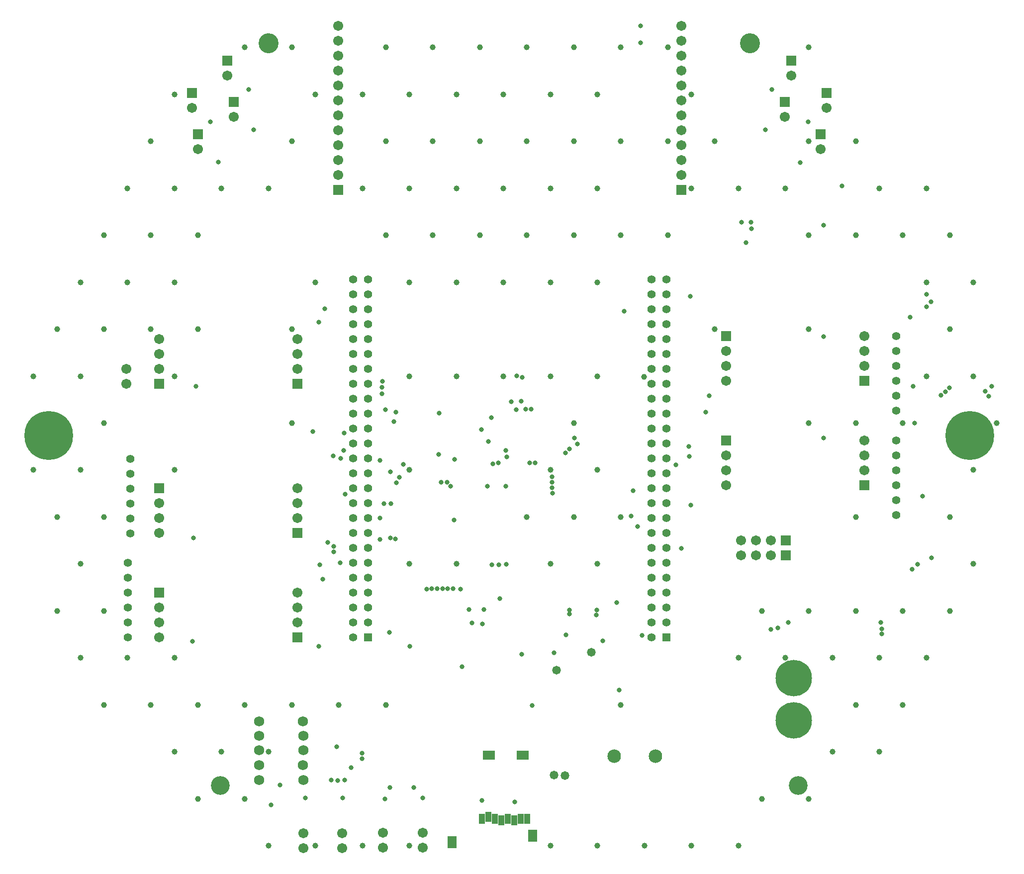
<source format=gbs>
G04 Layer_Color=16711935*
%FSLAX25Y25*%
%MOIN*%
G70*
G01*
G75*
%ADD82C,0.24422*%
%ADD83C,0.09068*%
%ADD84C,0.06706*%
%ADD85R,0.06706X0.06706*%
%ADD86C,0.05525*%
%ADD87R,0.05525X0.05525*%
%ADD88R,0.06706X0.06706*%
%ADD89C,0.12611*%
%ADD90C,0.32623*%
%ADD91C,0.13398*%
%ADD92C,0.06800*%
%ADD93C,0.03162*%
%ADD94C,0.05800*%
%ADD95C,0.03950*%
%ADD96R,0.07887X0.06312*%
%ADD97R,0.06312X0.08280*%
%ADD98R,0.03950X0.06706*%
D82*
X190492Y-501083D02*
D03*
X190492Y-472894D02*
D03*
D83*
X97866Y-524937D02*
D03*
X70307D02*
D03*
D84*
X115323Y-35399D02*
D03*
Y-45399D02*
D03*
Y-55400D02*
D03*
Y-65399D02*
D03*
Y-75400D02*
D03*
Y-85400D02*
D03*
Y-95399D02*
D03*
Y-105400D02*
D03*
Y-115400D02*
D03*
Y-125399D02*
D03*
Y-135399D02*
D03*
X-114677Y-35399D02*
D03*
Y-45399D02*
D03*
Y-55400D02*
D03*
Y-65399D02*
D03*
Y-75400D02*
D03*
Y-85400D02*
D03*
Y-95399D02*
D03*
Y-105400D02*
D03*
Y-115400D02*
D03*
Y-125399D02*
D03*
Y-135399D02*
D03*
X237823Y-263400D02*
D03*
Y-253399D02*
D03*
Y-243400D02*
D03*
Y-333400D02*
D03*
Y-323399D02*
D03*
Y-313400D02*
D03*
X145323Y-323399D02*
D03*
Y-333400D02*
D03*
Y-343400D02*
D03*
X-234677Y-355399D02*
D03*
Y-365400D02*
D03*
Y-375399D02*
D03*
X-142177Y-365400D02*
D03*
Y-355399D02*
D03*
Y-345399D02*
D03*
X-234677Y-425399D02*
D03*
Y-435399D02*
D03*
Y-445400D02*
D03*
X-142177Y-435399D02*
D03*
Y-425399D02*
D03*
Y-415400D02*
D03*
X145323Y-253399D02*
D03*
Y-263400D02*
D03*
Y-273399D02*
D03*
X-234677Y-245399D02*
D03*
Y-255399D02*
D03*
Y-265400D02*
D03*
X-142177Y-245399D02*
D03*
Y-255399D02*
D03*
Y-265400D02*
D03*
X-58071Y-586398D02*
D03*
Y-576398D02*
D03*
X-84646Y-586398D02*
D03*
Y-576398D02*
D03*
X-111909Y-586693D02*
D03*
Y-576693D02*
D03*
X-138091Y-586791D02*
D03*
Y-576791D02*
D03*
X-256677Y-275399D02*
D03*
Y-265400D02*
D03*
X155323Y-380399D02*
D03*
X165323D02*
D03*
X175323D02*
D03*
Y-390400D02*
D03*
X165323D02*
D03*
X155323D02*
D03*
X-188976Y-68667D02*
D03*
X-208661Y-118045D02*
D03*
X-212697Y-90335D02*
D03*
X-184646Y-96299D02*
D03*
X188976Y-68667D02*
D03*
X212697Y-90335D02*
D03*
X184646Y-96299D02*
D03*
X208661Y-118043D02*
D03*
D85*
X115323Y-145399D02*
D03*
X-114677D02*
D03*
X237823Y-273399D02*
D03*
Y-343400D02*
D03*
X145323Y-313400D02*
D03*
X-234677Y-345399D02*
D03*
X-142177Y-375399D02*
D03*
X-234677Y-415400D02*
D03*
X-142177Y-445400D02*
D03*
X145323Y-243400D02*
D03*
X-234677Y-275399D02*
D03*
X-142177D02*
D03*
X-188976Y-58667D02*
D03*
X-208661Y-108045D02*
D03*
X-212697Y-80335D02*
D03*
X-184646Y-86299D02*
D03*
X188976Y-58667D02*
D03*
X212697Y-80335D02*
D03*
X184646Y-86299D02*
D03*
X208661Y-108043D02*
D03*
D86*
X-104677Y-205399D02*
D03*
X-94677D02*
D03*
X-104677Y-215400D02*
D03*
X-94677D02*
D03*
X-104677Y-225399D02*
D03*
X-94677D02*
D03*
X-104677Y-235400D02*
D03*
X-94677D02*
D03*
X-104677Y-245399D02*
D03*
X-94677D02*
D03*
X-104677Y-255399D02*
D03*
X-94677D02*
D03*
X-104677Y-265400D02*
D03*
X-94677D02*
D03*
X-104677Y-275399D02*
D03*
X-94677D02*
D03*
X-104677Y-285400D02*
D03*
X-94677D02*
D03*
X-104677Y-295399D02*
D03*
X-94677D02*
D03*
X-104677Y-305399D02*
D03*
X-94677D02*
D03*
X-104677Y-315400D02*
D03*
X-94677D02*
D03*
X-104677Y-325399D02*
D03*
X-94677D02*
D03*
X-104677Y-335400D02*
D03*
X-94677D02*
D03*
X-104677Y-345399D02*
D03*
X-94677D02*
D03*
X-104677Y-355399D02*
D03*
X-94677D02*
D03*
X-104677Y-365400D02*
D03*
X-94677D02*
D03*
X-104677Y-375399D02*
D03*
X-94677D02*
D03*
X-104677Y-385400D02*
D03*
X-94677D02*
D03*
X-104677Y-395399D02*
D03*
X-94677D02*
D03*
X-104677Y-405400D02*
D03*
X-94677D02*
D03*
X-104677Y-415400D02*
D03*
X-94677D02*
D03*
X-104677Y-425399D02*
D03*
X-94677D02*
D03*
X-104677Y-435399D02*
D03*
X-94677D02*
D03*
X-104677Y-445400D02*
D03*
X95323Y-205399D02*
D03*
X105323D02*
D03*
X95323Y-215400D02*
D03*
X105323D02*
D03*
X95323Y-225399D02*
D03*
X105323D02*
D03*
X95323Y-235400D02*
D03*
X105323D02*
D03*
X95323Y-245399D02*
D03*
X105323D02*
D03*
X95323Y-255399D02*
D03*
X105323D02*
D03*
X95323Y-265400D02*
D03*
X105323D02*
D03*
X95323Y-275399D02*
D03*
X105323D02*
D03*
X95323Y-285400D02*
D03*
X105323D02*
D03*
X95323Y-295399D02*
D03*
X105323D02*
D03*
X95323Y-305399D02*
D03*
X105323D02*
D03*
X95323Y-315400D02*
D03*
X105323D02*
D03*
X95323Y-325399D02*
D03*
X105323D02*
D03*
X95323Y-335400D02*
D03*
X105323D02*
D03*
X95323Y-345399D02*
D03*
X105323D02*
D03*
X95323Y-355399D02*
D03*
X105323D02*
D03*
X95323Y-365400D02*
D03*
X105323D02*
D03*
X95323Y-375399D02*
D03*
X105323D02*
D03*
X95323Y-385400D02*
D03*
X105323D02*
D03*
X95323Y-395399D02*
D03*
X105323D02*
D03*
X95323Y-405400D02*
D03*
X105323D02*
D03*
X95323Y-415400D02*
D03*
X105323D02*
D03*
X95323Y-425399D02*
D03*
X105323D02*
D03*
X95323Y-435399D02*
D03*
X105323D02*
D03*
X95323Y-445400D02*
D03*
X259323Y-313400D02*
D03*
Y-323399D02*
D03*
Y-333400D02*
D03*
Y-343400D02*
D03*
Y-353399D02*
D03*
Y-363400D02*
D03*
Y-243400D02*
D03*
Y-253399D02*
D03*
Y-263400D02*
D03*
Y-273399D02*
D03*
Y-283400D02*
D03*
Y-293400D02*
D03*
X-254177Y-375900D02*
D03*
Y-365899D02*
D03*
Y-355900D02*
D03*
Y-345900D02*
D03*
Y-335899D02*
D03*
Y-325900D02*
D03*
X-255677Y-445400D02*
D03*
Y-435399D02*
D03*
Y-425399D02*
D03*
Y-415400D02*
D03*
Y-405400D02*
D03*
Y-395399D02*
D03*
D87*
X-94677Y-445400D02*
D03*
X105323D02*
D03*
D88*
X185323Y-380399D02*
D03*
Y-390400D02*
D03*
D89*
X-193710Y-544733D02*
D03*
X193710D02*
D03*
D90*
X-308694Y-310094D02*
D03*
X308694D02*
D03*
D91*
X-161417Y-47244D02*
D03*
X161417D02*
D03*
D92*
X-138165Y-541102D02*
D03*
X-138264Y-531102D02*
D03*
X-138067Y-521102D02*
D03*
X-138165Y-511350D02*
D03*
X-138189Y-501602D02*
D03*
X-167595Y-521102D02*
D03*
Y-541102D02*
D03*
Y-531102D02*
D03*
X-167717Y-511350D02*
D03*
X-167595Y-501602D02*
D03*
D93*
X-136760Y-553096D02*
D03*
X-111760D02*
D03*
X37823Y-443899D02*
D03*
X-27177Y-426899D02*
D03*
X-17177D02*
D03*
X-25177Y-435899D02*
D03*
X-18177Y-436400D02*
D03*
X8323Y-456899D02*
D03*
X29823Y-455899D02*
D03*
X-212256Y-448214D02*
D03*
X-125150Y-406482D02*
D03*
X-127020Y-396738D02*
D03*
X-121606Y-381777D02*
D03*
X-117571Y-388175D02*
D03*
X-117571Y-384542D02*
D03*
X83020Y-347230D02*
D03*
X81642Y-363962D02*
D03*
X77016Y-226856D02*
D03*
X-117964Y-323608D02*
D03*
X-123673Y-224986D02*
D03*
X-127709Y-234140D02*
D03*
X186858Y-435518D02*
D03*
X133906Y-283352D02*
D03*
X131642Y-294376D02*
D03*
X120421Y-317309D02*
D03*
X120815Y-324199D02*
D03*
X43551Y-311699D02*
D03*
X269948Y-399897D02*
D03*
X277114Y-350774D02*
D03*
X-209992Y-276955D02*
D03*
X210776Y-311895D02*
D03*
X-174803Y-77953D02*
D03*
X-171260Y-105020D02*
D03*
X-200295Y-99705D02*
D03*
X-194980Y-126870D02*
D03*
X176083Y-77953D02*
D03*
X171555Y-105020D02*
D03*
X200394Y-99606D02*
D03*
X194882Y-126969D02*
D03*
X155807Y-167224D02*
D03*
X162402Y-171457D02*
D03*
X158760Y-180610D02*
D03*
X162008Y-167224D02*
D03*
X180020Y-438976D02*
D03*
X175197Y-440059D02*
D03*
X115256Y-385728D02*
D03*
X121653Y-356890D02*
D03*
X-58071Y-552953D02*
D03*
X273721Y-396358D02*
D03*
X-115748Y-518799D02*
D03*
X40453Y-429823D02*
D03*
X3740Y-555807D02*
D03*
X5020Y-270079D02*
D03*
X-18701Y-306201D02*
D03*
X1280Y-287402D02*
D03*
X-82972Y-292913D02*
D03*
X-119390Y-541043D02*
D03*
X-105905Y-532776D02*
D03*
X-110335Y-541043D02*
D03*
X-115059Y-541437D02*
D03*
X-153839Y-544587D02*
D03*
X-83366Y-553642D02*
D03*
X-31693Y-465059D02*
D03*
X15453Y-491142D02*
D03*
X-211742Y-378671D02*
D03*
X85827Y-371260D02*
D03*
X-11614Y-396850D02*
D03*
X-6988Y-396654D02*
D03*
X-32677Y-413091D02*
D03*
X-1870Y-396457D02*
D03*
X-6398Y-419587D02*
D03*
X-98721Y-523032D02*
D03*
Y-526870D02*
D03*
X-84055Y-355906D02*
D03*
X-79429D02*
D03*
X-79728Y-378642D02*
D03*
X210531Y-243898D02*
D03*
X87992Y-35531D02*
D03*
Y-46654D02*
D03*
X-159547Y-557776D02*
D03*
X-76185Y-379546D02*
D03*
X248917Y-435335D02*
D03*
X249508Y-439665D02*
D03*
X249815Y-443230D02*
D03*
X282972Y-392028D02*
D03*
X121161Y-216929D02*
D03*
X-37697Y-412697D02*
D03*
X-41242Y-412815D02*
D03*
X-44786Y-412914D02*
D03*
X-48329D02*
D03*
X-51873D02*
D03*
X-55416Y-413111D02*
D03*
X-45571Y-341535D02*
D03*
X-79776Y-334350D02*
D03*
X-86713Y-326872D02*
D03*
X-77461Y-300689D02*
D03*
X-75984Y-294291D02*
D03*
X-47047Y-294980D02*
D03*
X-47441Y-322736D02*
D03*
X-41634Y-341437D02*
D03*
X-39272Y-344193D02*
D03*
X-36909Y-366634D02*
D03*
X-36713Y-326181D02*
D03*
X111811Y-329823D02*
D03*
X45571Y-315803D02*
D03*
X40157Y-318996D02*
D03*
X-2264Y-344094D02*
D03*
X-7185Y-328346D02*
D03*
X13484D02*
D03*
X17224D02*
D03*
X8661Y-271260D02*
D03*
X11024Y-292520D02*
D03*
X14665D02*
D03*
X7874Y-287008D02*
D03*
X4528Y-292632D02*
D03*
X28643Y-341552D02*
D03*
X28802Y-345095D02*
D03*
X28839Y-348917D02*
D03*
X-131595Y-307579D02*
D03*
X-110531Y-308366D02*
D03*
X-75689Y-341634D02*
D03*
X-73622Y-337992D02*
D03*
X-86713Y-379823D02*
D03*
X-86811Y-365453D02*
D03*
X-71063Y-329412D02*
D03*
X-63878Y-546260D02*
D03*
X-80020D02*
D03*
X-18406Y-554626D02*
D03*
X321358Y-283760D02*
D03*
X223130Y-142618D02*
D03*
X210728Y-169193D02*
D03*
X73721Y-480709D02*
D03*
X58366Y-430315D02*
D03*
X58563Y-427264D02*
D03*
X40453Y-427165D02*
D03*
X72047Y-422047D02*
D03*
X62500Y-447736D02*
D03*
X88878Y-444193D02*
D03*
X-80512Y-442126D02*
D03*
X-66535Y-451378D02*
D03*
X-127709D02*
D03*
X270571Y-277264D02*
D03*
X295079Y-278051D02*
D03*
X292421Y-280709D02*
D03*
X289272Y-283071D02*
D03*
X279724Y-215354D02*
D03*
X-85138Y-273917D02*
D03*
X-110925Y-320079D02*
D03*
X-113091Y-325590D02*
D03*
X-113386Y-395571D02*
D03*
X-109941Y-349410D02*
D03*
X318898Y-280413D02*
D03*
X282494Y-220385D02*
D03*
X279528Y-223622D02*
D03*
X323441Y-277080D02*
D03*
X37598Y-321752D02*
D03*
X28643Y-337894D02*
D03*
X-12008Y-298228D02*
D03*
X-13878Y-314171D02*
D03*
X-14567Y-344094D02*
D03*
X-10925Y-329134D02*
D03*
X-2264Y-320079D02*
D03*
X-1673Y-324508D02*
D03*
X-85197Y-277854D02*
D03*
Y-282185D02*
D03*
X271555Y-301772D02*
D03*
X268701Y-230906D02*
D03*
D94*
X54823Y-455400D02*
D03*
X31791Y-467506D02*
D03*
X29921Y-537894D02*
D03*
X37402Y-538161D02*
D03*
D95*
X-303177Y-427750D02*
D03*
Y-364758D02*
D03*
X-318925Y-333262D02*
D03*
X-303177Y-238773D02*
D03*
X-271681Y-427750D02*
D03*
X-287429Y-396254D02*
D03*
X-271681Y-364758D02*
D03*
Y-301766D02*
D03*
Y-238773D02*
D03*
Y-175781D02*
D03*
X-255933Y-459246D02*
D03*
Y-207277D02*
D03*
Y-144285D02*
D03*
X-224437Y-459246D02*
D03*
Y-333262D02*
D03*
Y-270270D02*
D03*
X-208689Y-238773D02*
D03*
X-224437Y-207277D02*
D03*
Y-81293D02*
D03*
X-177193Y-553734D02*
D03*
Y-490742D02*
D03*
X-192941Y-144285D02*
D03*
X-177193Y-49797D02*
D03*
X-161445Y-522238D02*
D03*
X-145697Y-490742D02*
D03*
Y-301766D02*
D03*
Y-238773D02*
D03*
Y-112789D02*
D03*
Y-49797D02*
D03*
X-114201Y-490742D02*
D03*
X-129949Y-207277D02*
D03*
Y-81293D02*
D03*
X-98453Y-585230D02*
D03*
X-82705Y-490742D02*
D03*
X-98453Y-144285D02*
D03*
X-82705Y-112789D02*
D03*
X-98453Y-81293D02*
D03*
X-82705Y-49797D02*
D03*
X-66957Y-585230D02*
D03*
Y-396254D02*
D03*
Y-333262D02*
D03*
Y-207277D02*
D03*
Y-144285D02*
D03*
X-51209Y-112789D02*
D03*
X-66957Y-81293D02*
D03*
X-35461Y-396254D02*
D03*
Y-270270D02*
D03*
Y-207277D02*
D03*
X-19713Y-175781D02*
D03*
X-35461Y-144285D02*
D03*
X-19713Y-112789D02*
D03*
Y-49797D02*
D03*
X11784Y-364758D02*
D03*
X-3965Y-270270D02*
D03*
X11784Y-175781D02*
D03*
Y-112789D02*
D03*
X27531Y-585230D02*
D03*
Y-270270D02*
D03*
Y-207277D02*
D03*
Y-144285D02*
D03*
Y-81293D02*
D03*
X43279Y-49797D02*
D03*
X74776Y-490742D02*
D03*
X59028Y-396254D02*
D03*
Y-270270D02*
D03*
X74776Y-112789D02*
D03*
X59028Y-81293D02*
D03*
X106272Y-112789D02*
D03*
Y-49797D02*
D03*
X122020Y-585230D02*
D03*
Y-144285D02*
D03*
X137768Y-112789D02*
D03*
X122020Y-81293D02*
D03*
X153516Y-585230D02*
D03*
Y-459246D02*
D03*
Y-144285D02*
D03*
X200760Y-301766D02*
D03*
Y-238773D02*
D03*
Y-112789D02*
D03*
Y-49797D02*
D03*
X216508Y-522238D02*
D03*
X232256Y-427750D02*
D03*
Y-364758D02*
D03*
Y-175781D02*
D03*
Y-112789D02*
D03*
X248004Y-522238D02*
D03*
X263752Y-427750D02*
D03*
Y-301766D02*
D03*
X295248Y-238773D02*
D03*
X326744Y-301766D02*
D03*
X310996Y-207277D02*
D03*
X90162Y-270683D02*
D03*
X200760Y-175781D02*
D03*
X-318925Y-270270D02*
D03*
X-271681Y-490742D02*
D03*
X-287429Y-459246D02*
D03*
Y-333262D02*
D03*
Y-270270D02*
D03*
Y-207277D02*
D03*
X-240185Y-490742D02*
D03*
Y-238773D02*
D03*
Y-175781D02*
D03*
Y-112789D02*
D03*
X-208689Y-553734D02*
D03*
X-224437Y-522238D02*
D03*
X-208689Y-490742D02*
D03*
Y-175781D02*
D03*
X-224437Y-144285D02*
D03*
X-192941Y-522238D02*
D03*
X-161445Y-585230D02*
D03*
Y-144285D02*
D03*
X-129949Y-585230D02*
D03*
X-82705Y-175781D02*
D03*
X-66957Y-270270D02*
D03*
X-51209Y-175781D02*
D03*
Y-49797D02*
D03*
X-35461Y-81293D02*
D03*
X-3965Y-207277D02*
D03*
Y-144285D02*
D03*
Y-81293D02*
D03*
X11784Y-49797D02*
D03*
X27531Y-396254D02*
D03*
X43279Y-364758D02*
D03*
X27531Y-333262D02*
D03*
X43279Y-301766D02*
D03*
Y-175781D02*
D03*
Y-112789D02*
D03*
X59028Y-585230D02*
D03*
X74776Y-364758D02*
D03*
X59028Y-333262D02*
D03*
Y-207277D02*
D03*
X74776Y-175781D02*
D03*
X59028Y-144285D02*
D03*
X74776Y-49797D02*
D03*
X90524Y-585230D02*
D03*
X106272Y-175781D02*
D03*
X137768Y-238773D02*
D03*
X169264Y-553734D02*
D03*
Y-427750D02*
D03*
X200760Y-553734D02*
D03*
X185012Y-459246D02*
D03*
X200760Y-427750D02*
D03*
X185012Y-144285D02*
D03*
X232256Y-490742D02*
D03*
X216508Y-459246D02*
D03*
X232256Y-301766D02*
D03*
X263752Y-490742D02*
D03*
X248004Y-459246D02*
D03*
X263752Y-175781D02*
D03*
X248004Y-144285D02*
D03*
X279500Y-459246D02*
D03*
X295248Y-427750D02*
D03*
Y-364758D02*
D03*
X279500Y-270270D02*
D03*
Y-207277D02*
D03*
X295248Y-175781D02*
D03*
X279500Y-144285D02*
D03*
X310996Y-396254D02*
D03*
Y-333262D02*
D03*
Y-270270D02*
D03*
D96*
X-13606Y-524529D02*
D03*
X8835D02*
D03*
D97*
X15567Y-578388D02*
D03*
X-38291Y-582876D02*
D03*
D98*
X-13882Y-565632D02*
D03*
X-9551Y-567206D02*
D03*
X-5220Y-567994D02*
D03*
X-890Y-567206D02*
D03*
X3441Y-567994D02*
D03*
X7772Y-567206D02*
D03*
X12102D02*
D03*
X-18213D02*
D03*
M02*

</source>
